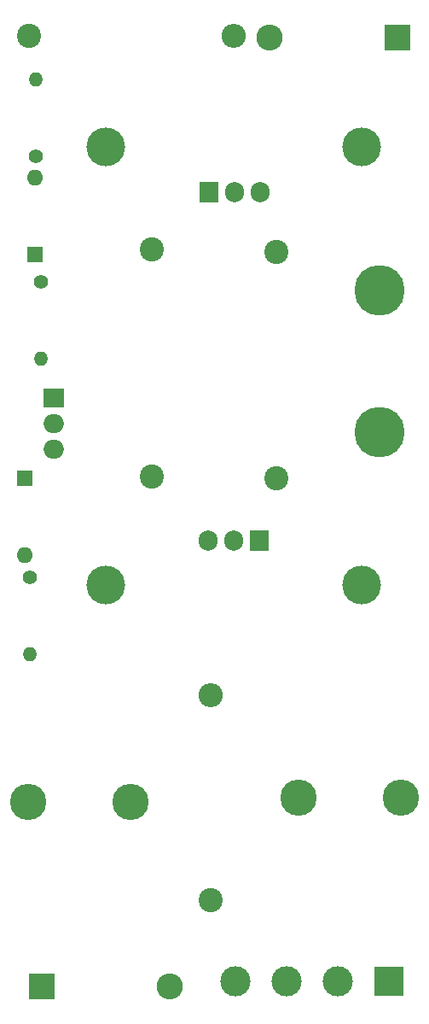
<source format=gts>
G04 #@! TF.GenerationSoftware,KiCad,Pcbnew,7.0.1*
G04 #@! TF.CreationDate,2023-06-08T18:27:25+10:00*
G04 #@! TF.ProjectId,ZVS,5a56532e-6b69-4636-9164-5f7063625858,rev?*
G04 #@! TF.SameCoordinates,Original*
G04 #@! TF.FileFunction,Soldermask,Top*
G04 #@! TF.FilePolarity,Negative*
%FSLAX46Y46*%
G04 Gerber Fmt 4.6, Leading zero omitted, Abs format (unit mm)*
G04 Created by KiCad (PCBNEW 7.0.1) date 2023-06-08 18:27:25*
%MOMM*%
%LPD*%
G01*
G04 APERTURE LIST*
%ADD10C,2.400000*%
%ADD11O,2.400000X2.400000*%
%ADD12R,1.600000X1.600000*%
%ADD13O,1.600000X1.600000*%
%ADD14C,3.840000*%
%ADD15C,1.400000*%
%ADD16O,1.400000X1.400000*%
%ADD17C,3.600000*%
%ADD18R,2.600000X2.600000*%
%ADD19O,2.600000X2.600000*%
%ADD20R,2.000000X1.905000*%
%ADD21O,2.000000X1.905000*%
%ADD22R,3.000000X3.000000*%
%ADD23C,3.000000*%
%ADD24C,5.000000*%
%ADD25R,1.905000X2.000000*%
%ADD26O,1.905000X2.000000*%
G04 APERTURE END LIST*
D10*
X122450000Y-66990000D03*
D11*
X142770000Y-66990000D03*
D12*
X122010000Y-110820000D03*
D13*
X122010000Y-118440000D03*
D14*
X130080000Y-77940000D03*
X155480000Y-77940000D03*
D15*
X123110000Y-78870000D03*
D16*
X123110000Y-71250000D03*
D12*
X123000000Y-88640000D03*
D13*
X123000000Y-81020000D03*
D10*
X134620000Y-88120000D03*
X134620000Y-110620000D03*
X147010000Y-88340000D03*
X147010000Y-110840000D03*
D15*
X122480000Y-120620000D03*
D16*
X122480000Y-128240000D03*
D15*
X123650000Y-91320000D03*
D16*
X123650000Y-98940000D03*
D17*
X132530000Y-142890000D03*
X122370000Y-142890000D03*
D18*
X158980000Y-67160000D03*
D19*
X146280000Y-67160000D03*
D18*
X123680000Y-161200000D03*
D19*
X136380000Y-161200000D03*
D20*
X124875000Y-102890000D03*
D21*
X124875000Y-105430000D03*
X124875000Y-107970000D03*
D22*
X158140000Y-160690000D03*
D23*
X153060000Y-160690000D03*
X147980000Y-160690000D03*
X142900000Y-160690000D03*
D17*
X149150000Y-142500000D03*
X159310000Y-142500000D03*
D24*
X157240000Y-92210000D03*
X157240000Y-106210000D03*
D10*
X140430000Y-152640000D03*
D11*
X140430000Y-132320000D03*
D14*
X155460000Y-121370000D03*
X130060000Y-121370000D03*
D25*
X140290000Y-82465000D03*
D26*
X142830000Y-82465000D03*
X145370000Y-82465000D03*
D25*
X145280000Y-116985000D03*
D26*
X142740000Y-116985000D03*
X140200000Y-116985000D03*
M02*

</source>
